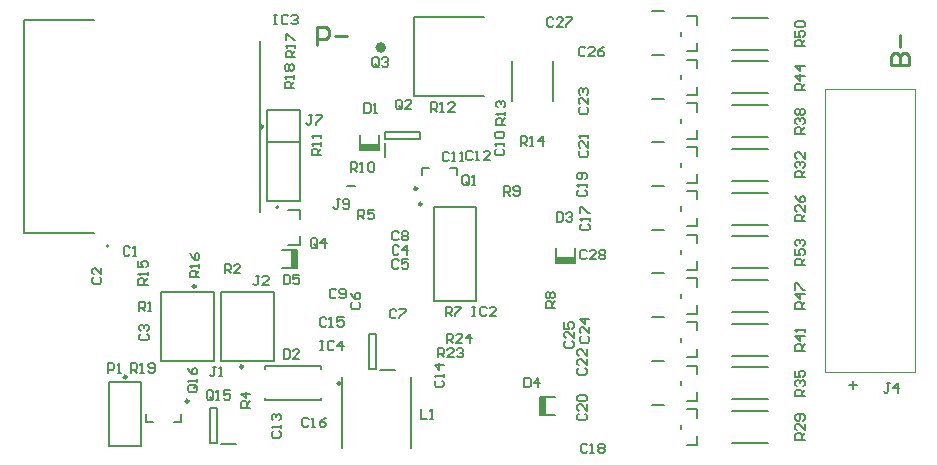
<source format=gbr>
%TF.GenerationSoftware,Altium Limited,Altium Designer,24.5.1 (21)*%
G04 Layer_Color=65535*
%FSLAX45Y45*%
%MOMM*%
%TF.SameCoordinates,A56B3D6E-D5BE-476E-BB8E-EB53D717D8A4*%
%TF.FilePolarity,Positive*%
%TF.FileFunction,Legend,Top*%
%TF.Part,Single*%
G01*
G75*
%TA.AperFunction,NonConductor*%
%ADD48C,0.20000*%
%ADD49C,0.25000*%
%ADD50C,0.50000*%
%ADD51C,0.15000*%
%ADD52C,0.15240*%
%ADD53C,0.10000*%
%ADD54C,0.25400*%
%ADD55R,1.58700X0.50800*%
%ADD56R,0.50800X1.58700*%
D48*
X10260000Y7184000D02*
G03*
X10260000Y7204000I0J10000D01*
G01*
D02*
G03*
X10260000Y7184000I0J-10000D01*
G01*
D02*
G03*
X10260000Y7204000I0J10000D01*
G01*
X11710000Y7520000D02*
G03*
X11710000Y7520000I-10000J0D01*
G01*
X14217500Y7051500D02*
Y7178500D01*
X14062500Y7051500D02*
Y7178500D01*
Y7051500D02*
X14217500D01*
X9550000Y7304000D02*
X10150000D01*
X9550000D02*
X10150000D01*
X9550000Y9104000D02*
X10150000D01*
X9550000D02*
X10150000D01*
X9550000Y7304000D02*
Y9104000D01*
Y7304000D02*
Y9104000D01*
X11550000Y7479000D02*
Y8929000D01*
Y7479000D02*
Y8929000D01*
X13022501Y6730000D02*
Y7520000D01*
Y6730000D02*
X13377499D01*
Y7520000D01*
X13022501D02*
X13377499D01*
X10715000Y6215000D02*
X11165000D01*
Y6805000D01*
X10715000D02*
X11165000D01*
X10715000Y6215000D02*
Y6805000D01*
X11225000D02*
X11675000D01*
X11225000Y6215000D02*
Y6805000D01*
Y6215000D02*
X11675000D01*
Y6805000D01*
X11130000Y5522500D02*
X11190000D01*
X11130000D02*
Y5817500D01*
X11190000D01*
Y5522500D02*
Y5817500D01*
X11225000Y5520000D02*
X11345000D01*
X10275500Y5501000D02*
X10544500D01*
Y6039000D01*
X10275500D02*
X10544500D01*
X10275500Y5501000D02*
Y6039000D01*
X11592500Y5885000D02*
X12067500D01*
X11592500Y6152500D02*
Y6175000D01*
Y5885000D02*
Y5907500D01*
Y6175000D02*
X12067500D01*
Y6152500D02*
Y6175000D01*
Y5885000D02*
Y5907500D01*
X12567500Y6140000D02*
X12692500D01*
X12532500Y6155000D02*
Y6445000D01*
X12477500D02*
X12532500D01*
X12477500Y6155000D02*
Y6445000D01*
Y6155000D02*
X12532500D01*
X12402500Y8006500D02*
X12557500D01*
X12402500D02*
Y8133500D01*
X12557500Y8006500D02*
Y8133500D01*
X12610000Y7945000D02*
Y8065000D01*
X12612500Y8100000D02*
X12907500D01*
Y8160000D01*
X12612500D02*
X12907500D01*
X12612500Y8100000D02*
Y8160000D01*
X10825000Y5705000D02*
X10881000D01*
Y5770000D01*
X10589000Y5705000D02*
Y5770000D01*
Y5705000D02*
X10645000D01*
X15115001Y7862500D02*
Y7897500D01*
X15167500Y7730000D02*
X15255000D01*
Y7957500D02*
Y8030000D01*
Y7730000D02*
Y7802500D01*
X15167500Y8030000D02*
X15255000D01*
X15115001Y8232500D02*
Y8267500D01*
X15167500Y8100000D02*
X15255000D01*
Y8327500D02*
Y8400000D01*
Y8100000D02*
Y8172500D01*
X15167500Y8400000D02*
X15255000D01*
X15115001Y8972500D02*
Y9007500D01*
X15167500Y8840000D02*
X15255000D01*
Y9067500D02*
Y9140000D01*
Y8840000D02*
Y8912500D01*
X15167500Y9140000D02*
X15255000D01*
X15115001Y8602500D02*
Y8637500D01*
X15167500Y8470000D02*
X15255000D01*
Y8697500D02*
Y8770000D01*
Y8470000D02*
Y8542500D01*
X15167500Y8770000D02*
X15255000D01*
X15115001Y7492500D02*
Y7527500D01*
X15167500Y7360000D02*
X15255000D01*
Y7587500D02*
Y7660000D01*
Y7360000D02*
Y7432500D01*
X15167500Y7660000D02*
X15255000D01*
X15115001Y6012500D02*
Y6047500D01*
X15167500Y5880000D02*
X15255000D01*
Y6107500D02*
Y6180000D01*
Y5880000D02*
Y5952500D01*
X15167500Y6180000D02*
X15255000D01*
X15115001Y5642500D02*
Y5677500D01*
X15167500Y5510000D02*
X15255000D01*
Y5737500D02*
Y5810000D01*
Y5510000D02*
Y5582500D01*
X15167500Y5810000D02*
X15255000D01*
X15115001Y7122500D02*
Y7157500D01*
X15167500Y6990000D02*
X15255000D01*
Y7217500D02*
Y7290000D01*
Y6990000D02*
Y7062500D01*
X15167500Y7290000D02*
X15255000D01*
X15115001Y6752500D02*
Y6787500D01*
X15167500Y6620000D02*
X15255000D01*
Y6847500D02*
Y6920000D01*
Y6620000D02*
Y6692500D01*
X15167500Y6920000D02*
X15255000D01*
X15115001Y6382500D02*
Y6417500D01*
X15167500Y6250000D02*
X15255000D01*
Y6477500D02*
Y6550000D01*
Y6250000D02*
Y6322500D01*
X15167500Y6550000D02*
X15255000D01*
X11866000Y7002500D02*
Y7157500D01*
X11739000Y7002500D02*
X11866000D01*
X11739000Y7157500D02*
X11866000D01*
X11613000Y8077000D02*
X11887000D01*
X11613000Y8343500D02*
X11887000D01*
X11613000Y7572000D02*
Y8343500D01*
Y7572000D02*
X11887000D01*
Y8343500D01*
X14032500Y8417500D02*
Y8762500D01*
X13687500Y8417500D02*
Y8762500D01*
X13160001Y7855000D02*
X13216000D01*
Y7790000D02*
Y7855000D01*
X12924001Y7790000D02*
Y7855000D01*
X12980000D01*
X13926500Y5762500D02*
Y5917500D01*
X14053500D01*
X13926500Y5762500D02*
X14053500D01*
D49*
X12922501Y7547500D02*
G03*
X12922501Y7547500I-12500J0D01*
G01*
X11007500Y6850000D02*
G03*
X11007500Y6850000I-12500J0D01*
G01*
X11407500Y6170000D02*
G03*
X11407500Y6170000I-12500J0D01*
G01*
X10422500Y6084000D02*
G03*
X10422500Y6084000I-12500J0D01*
G01*
X12235000Y6030000D02*
G03*
X12235000Y6030000I-12500J0D01*
G01*
X10947500Y5880000D02*
G03*
X10947500Y5880000I-12500J0D01*
G01*
X11577500Y8204000D02*
G03*
X11577500Y8204000I-12500J0D01*
G01*
X12882500Y7680000D02*
G03*
X12882500Y7680000I-12500J0D01*
G01*
D50*
X12594799Y8873493D02*
G03*
X12594799Y8873493I-20000J0D01*
G01*
D51*
X11890000Y7200000D02*
Y7280000D01*
X11790000Y7200000D02*
X11890000D01*
Y7420000D02*
Y7500000D01*
X11790000D02*
X11890000D01*
X14870001Y8070000D02*
X14970001D01*
X14870001Y8810000D02*
X14970001D01*
X14870001Y9180000D02*
X14970001D01*
X14870001Y7700000D02*
X14970001D01*
X14870001Y8440000D02*
X14970001D01*
X15550002Y5524800D02*
X15850002D01*
X15550002Y5795200D02*
X15850002D01*
X14870001Y5850000D02*
X14970001D01*
X15550002Y5894800D02*
X15850002D01*
X15550002Y6165200D02*
X15850002D01*
X14870001Y7330000D02*
X14970001D01*
X14870001Y6960000D02*
X14970001D01*
X15550002Y8755200D02*
X15850002D01*
X15550002Y8484800D02*
X15850002D01*
X15550002Y8854800D02*
X15850002D01*
X15550002Y9125200D02*
X15850002D01*
X15550002Y6264800D02*
X15850002D01*
X15550002Y6535200D02*
X15850002D01*
X15550002Y6634800D02*
X15850002D01*
X15550002Y6905200D02*
X15850002D01*
X15550002Y7004800D02*
X15850002D01*
X15550002Y7275200D02*
X15850002D01*
X15550002Y7374800D02*
X15850002D01*
X15550002Y7645200D02*
X15850002D01*
X15550002Y7744800D02*
X15850002D01*
X15550002Y8015200D02*
X15850002D01*
X15550002Y8114800D02*
X15850002D01*
X15550002Y8385200D02*
X15850002D01*
X14870001Y6219999D02*
X14970001D01*
X14870001Y6590000D02*
X14970001D01*
X16571678Y5985000D02*
Y6051645D01*
X16538356Y6018322D02*
X16605000D01*
X12355000Y7705000D02*
X12288355D01*
X13350032Y6679987D02*
X13376691D01*
X13363361D01*
Y6600013D01*
X13350032D01*
X13376691D01*
X13469994Y6666658D02*
X13456665Y6679987D01*
X13430006D01*
X13416678Y6666658D01*
Y6613342D01*
X13430006Y6600013D01*
X13456665D01*
X13469994Y6613342D01*
X13549968Y6600013D02*
X13496652D01*
X13549968Y6653329D01*
Y6666658D01*
X13536639Y6679987D01*
X13509981D01*
X13496652Y6666658D01*
X11670032Y9149987D02*
X11696690D01*
X11683361D01*
Y9070013D01*
X11670032D01*
X11696690D01*
X11789994Y9136658D02*
X11776665Y9149987D01*
X11750007D01*
X11736678Y9136658D01*
Y9083342D01*
X11750007Y9070013D01*
X11776665D01*
X11789994Y9083342D01*
X11816652Y9136658D02*
X11829981Y9149987D01*
X11856639D01*
X11869968Y9136658D01*
Y9123329D01*
X11856639Y9110000D01*
X11843310D01*
X11856639D01*
X11869968Y9096671D01*
Y9083342D01*
X11856639Y9070013D01*
X11829981D01*
X11816652Y9083342D01*
X11153348Y5903342D02*
Y5956658D01*
X11140019Y5969987D01*
X11113361D01*
X11100032Y5956658D01*
Y5903342D01*
X11113361Y5890013D01*
X11140019D01*
X11126690Y5916671D02*
X11153348Y5890013D01*
X11140019D02*
X11153348Y5903342D01*
X11180006Y5890013D02*
X11206664D01*
X11193336D01*
Y5969987D01*
X11180006Y5956658D01*
X11299968Y5969987D02*
X11246652D01*
Y5930000D01*
X11273310Y5943329D01*
X11286639D01*
X11299968Y5930000D01*
Y5903342D01*
X11286639Y5890013D01*
X11259981D01*
X11246652Y5903342D01*
X10460032Y6120013D02*
Y6199987D01*
X10500019D01*
X10513348Y6186658D01*
Y6160000D01*
X10500019Y6146671D01*
X10460032D01*
X10486690D02*
X10513348Y6120013D01*
X10540006D02*
X10566664D01*
X10553336D01*
Y6199987D01*
X10540006Y6186658D01*
X10606652Y6133342D02*
X10619981Y6120013D01*
X10646639D01*
X10659968Y6133342D01*
Y6186658D01*
X10646639Y6199987D01*
X10619981D01*
X10606652Y6186658D01*
Y6173329D01*
X10619981Y6160000D01*
X10659968D01*
X11469987Y5823355D02*
X11390013D01*
Y5863342D01*
X11403342Y5876671D01*
X11430000D01*
X11443329Y5863342D01*
Y5823355D01*
Y5850013D02*
X11469987Y5876671D01*
Y5943316D02*
X11390013D01*
X11430000Y5903329D01*
Y5956645D01*
X11006658Y6013348D02*
X10953342D01*
X10940013Y6000019D01*
Y5973361D01*
X10953342Y5960032D01*
X11006658D01*
X11019987Y5973361D01*
Y6000019D01*
X10993329Y5986690D02*
X11019987Y6013348D01*
Y6000019D02*
X11006658Y6013348D01*
X11019987Y6040006D02*
Y6066665D01*
Y6053336D01*
X10940013D01*
X10953342Y6040006D01*
X10940013Y6159968D02*
X10953342Y6133310D01*
X10980000Y6106652D01*
X11006658D01*
X11019987Y6119981D01*
Y6146639D01*
X11006658Y6159968D01*
X10993329D01*
X10980000Y6146639D01*
Y6106652D01*
X10266684Y6120013D02*
Y6199987D01*
X10306671D01*
X10320000Y6186658D01*
Y6160000D01*
X10306671Y6146671D01*
X10266684D01*
X10346658Y6120013D02*
X10373316D01*
X10359987D01*
Y6199987D01*
X10346658Y6186658D01*
X11663342Y5623348D02*
X11650013Y5610019D01*
Y5583361D01*
X11663342Y5570032D01*
X11716658D01*
X11729987Y5583361D01*
Y5610019D01*
X11716658Y5623348D01*
X11729987Y5650006D02*
Y5676664D01*
Y5663335D01*
X11650013D01*
X11663342Y5650006D01*
Y5716652D02*
X11650013Y5729981D01*
Y5756639D01*
X11663342Y5769968D01*
X11676671D01*
X11690000Y5756639D01*
Y5743310D01*
Y5756639D01*
X11703329Y5769968D01*
X11716658D01*
X11729987Y5756639D01*
Y5729981D01*
X11716658Y5716652D01*
X11753355Y6949987D02*
Y6870013D01*
X11793342D01*
X11806671Y6883342D01*
Y6936658D01*
X11793342Y6949987D01*
X11753355D01*
X11886645D02*
X11833329D01*
Y6910000D01*
X11859987Y6923329D01*
X11873316D01*
X11886645Y6910000D01*
Y6883342D01*
X11873316Y6870013D01*
X11846658D01*
X11833329Y6883342D01*
X13553342Y8013348D02*
X13540013Y8000019D01*
Y7973361D01*
X13553342Y7960032D01*
X13606657D01*
X13619987Y7973361D01*
Y8000019D01*
X13606657Y8013348D01*
X13619987Y8040006D02*
Y8066664D01*
Y8053335D01*
X13540013D01*
X13553342Y8040006D01*
Y8106652D02*
X13540013Y8119981D01*
Y8146639D01*
X13553342Y8159968D01*
X13606657D01*
X13619987Y8146639D01*
Y8119981D01*
X13606657Y8106652D01*
X13553342D01*
X12226671Y7589987D02*
X12200013D01*
X12213342D01*
Y7523342D01*
X12200013Y7510013D01*
X12186684D01*
X12173355Y7523342D01*
X12253329D02*
X12266658Y7510013D01*
X12293317D01*
X12306645Y7523342D01*
Y7576658D01*
X12293317Y7589987D01*
X12266658D01*
X12253329Y7576658D01*
Y7563329D01*
X12266658Y7550000D01*
X12306645D01*
X12036671Y7193342D02*
Y7246658D01*
X12023342Y7259987D01*
X11996684D01*
X11983355Y7246658D01*
Y7193342D01*
X11996684Y7180013D01*
X12023342D01*
X12010013Y7206671D02*
X12036671Y7180013D01*
X12023342D02*
X12036671Y7193342D01*
X12103316Y7180013D02*
Y7259987D01*
X12063329Y7220000D01*
X12116645D01*
X11839987Y8530032D02*
X11760013D01*
Y8570019D01*
X11773342Y8583348D01*
X11800000D01*
X11813329Y8570019D01*
Y8530032D01*
Y8556690D02*
X11839987Y8583348D01*
Y8610006D02*
Y8636664D01*
Y8623336D01*
X11760013D01*
X11773342Y8610006D01*
Y8676652D02*
X11760013Y8689981D01*
Y8716639D01*
X11773342Y8729968D01*
X11786671D01*
X11800000Y8716639D01*
X11813329Y8729968D01*
X11826658D01*
X11839987Y8716639D01*
Y8689981D01*
X11826658Y8676652D01*
X11813329D01*
X11800000Y8689981D01*
X11786671Y8676652D01*
X11773342D01*
X11800000Y8689981D02*
Y8716639D01*
X11849987Y8790032D02*
X11770013D01*
Y8830019D01*
X11783342Y8843348D01*
X11810000D01*
X11823329Y8830019D01*
Y8790032D01*
Y8816690D02*
X11849987Y8843348D01*
Y8870006D02*
Y8896664D01*
Y8883336D01*
X11770013D01*
X11783342Y8870006D01*
X11770013Y8936652D02*
Y8989968D01*
X11783342D01*
X11836658Y8936652D01*
X11849987D01*
X11996671Y8299987D02*
X11970013D01*
X11983342D01*
Y8233342D01*
X11970013Y8220013D01*
X11956684D01*
X11943355Y8233342D01*
X12023329Y8299987D02*
X12076645D01*
Y8286658D01*
X12023329Y8233342D01*
Y8220013D01*
X11546671Y6939987D02*
X11520013D01*
X11533342D01*
Y6873342D01*
X11520013Y6860013D01*
X11506684D01*
X11493355Y6873342D01*
X11626645Y6860013D02*
X11573329D01*
X11626645Y6913329D01*
Y6926658D01*
X11613316Y6939987D01*
X11586658D01*
X11573329Y6926658D01*
X16164989Y7033368D02*
X16085014D01*
Y7073355D01*
X16098341Y7086684D01*
X16125002D01*
X16138330Y7073355D01*
Y7033368D01*
Y7060026D02*
X16164989Y7086684D01*
X16085014Y7166658D02*
Y7113342D01*
X16125002D01*
X16111671Y7140000D01*
Y7153329D01*
X16125002Y7166658D01*
X16151659D01*
X16164989Y7153329D01*
Y7126671D01*
X16151659Y7113342D01*
X16098341Y7193316D02*
X16085014Y7206645D01*
Y7233304D01*
X16098341Y7246632D01*
X16111671D01*
X16125002Y7233304D01*
Y7219974D01*
Y7233304D01*
X16138330Y7246632D01*
X16151659D01*
X16164989Y7233304D01*
Y7206645D01*
X16151659Y7193316D01*
X16164989Y8883368D02*
X16085014D01*
Y8923355D01*
X16098341Y8936684D01*
X16125002D01*
X16138330Y8923355D01*
Y8883368D01*
Y8910026D02*
X16164989Y8936684D01*
X16085014Y9016658D02*
Y8963342D01*
X16125002D01*
X16111671Y8990000D01*
Y9003329D01*
X16125002Y9016658D01*
X16151659D01*
X16164989Y9003329D01*
Y8976671D01*
X16151659Y8963342D01*
X16098341Y9043316D02*
X16085014Y9056645D01*
Y9083303D01*
X16098341Y9096632D01*
X16151659D01*
X16164989Y9083303D01*
Y9056645D01*
X16151659Y9043316D01*
X16098341D01*
X16164989Y6663368D02*
X16085014D01*
Y6703355D01*
X16098341Y6716684D01*
X16125002D01*
X16138330Y6703355D01*
Y6663368D01*
Y6690026D02*
X16164989Y6716684D01*
Y6783329D02*
X16085014D01*
X16125002Y6743342D01*
Y6796658D01*
X16085014Y6823316D02*
Y6876632D01*
X16098341D01*
X16151659Y6823316D01*
X16164989D01*
X16164987Y8513368D02*
X16085013D01*
Y8553355D01*
X16098341Y8566684D01*
X16125000D01*
X16138329Y8553355D01*
Y8513368D01*
Y8540026D02*
X16164987Y8566684D01*
Y8633329D02*
X16085013D01*
X16125000Y8593342D01*
Y8646658D01*
X16164987Y8713304D02*
X16085013D01*
X16125000Y8673316D01*
Y8726633D01*
X16164989Y6306697D02*
X16085014D01*
Y6346684D01*
X16098341Y6360013D01*
X16125002D01*
X16138330Y6346684D01*
Y6306697D01*
Y6333355D02*
X16164989Y6360013D01*
Y6426658D02*
X16085014D01*
X16125002Y6386671D01*
Y6439987D01*
X16164989Y6466645D02*
Y6493303D01*
Y6479974D01*
X16085014D01*
X16098341Y6466645D01*
X16162424Y8143362D02*
X16082449D01*
Y8183349D01*
X16095778Y8196678D01*
X16122437D01*
X16135767Y8183349D01*
Y8143362D01*
Y8170020D02*
X16162424Y8196678D01*
X16095778Y8223336D02*
X16082449Y8236666D01*
Y8263324D01*
X16095778Y8276652D01*
X16109106D01*
X16122437Y8263324D01*
Y8249994D01*
Y8263324D01*
X16135767Y8276652D01*
X16149094D01*
X16162424Y8263324D01*
Y8236666D01*
X16149094Y8223336D01*
X16095778Y8303311D02*
X16082449Y8316640D01*
Y8343298D01*
X16095778Y8356627D01*
X16109106D01*
X16122437Y8343298D01*
X16135767Y8356627D01*
X16149094D01*
X16162424Y8343298D01*
Y8316640D01*
X16149094Y8303311D01*
X16135767D01*
X16122437Y8316640D01*
X16109106Y8303311D01*
X16095778D01*
X16122437Y8316640D02*
Y8343298D01*
X16164989Y5923368D02*
X16085014D01*
Y5963355D01*
X16098341Y5976684D01*
X16125002D01*
X16138330Y5963355D01*
Y5923368D01*
Y5950026D02*
X16164989Y5976684D01*
X16098341Y6003342D02*
X16085014Y6016671D01*
Y6043329D01*
X16098341Y6056658D01*
X16111671D01*
X16125002Y6043329D01*
Y6030000D01*
Y6043329D01*
X16138330Y6056658D01*
X16151659D01*
X16164989Y6043329D01*
Y6016671D01*
X16151659Y6003342D01*
X16085014Y6136632D02*
Y6083316D01*
X16125002D01*
X16111671Y6109974D01*
Y6123303D01*
X16125002Y6136632D01*
X16151659D01*
X16164989Y6123303D01*
Y6096645D01*
X16151659Y6083316D01*
X16164989Y7773368D02*
X16085014D01*
Y7813355D01*
X16098341Y7826684D01*
X16125002D01*
X16138330Y7813355D01*
Y7773368D01*
Y7800026D02*
X16164989Y7826684D01*
X16098341Y7853342D02*
X16085014Y7866671D01*
Y7893329D01*
X16098341Y7906658D01*
X16111671D01*
X16125002Y7893329D01*
Y7880000D01*
Y7893329D01*
X16138330Y7906658D01*
X16151659D01*
X16164989Y7893329D01*
Y7866671D01*
X16151659Y7853342D01*
X16164989Y7986632D02*
Y7933316D01*
X16111671Y7986632D01*
X16098341D01*
X16085014Y7973304D01*
Y7946646D01*
X16098341Y7933316D01*
X16164989Y5553368D02*
X16085014D01*
Y5593355D01*
X16098341Y5606684D01*
X16125002D01*
X16138330Y5593355D01*
Y5553368D01*
Y5580026D02*
X16164989Y5606684D01*
Y5686658D02*
Y5633342D01*
X16111671Y5686658D01*
X16098341D01*
X16085014Y5673329D01*
Y5646671D01*
X16098341Y5633342D01*
X16151659Y5713316D02*
X16164989Y5726645D01*
Y5753303D01*
X16151659Y5766632D01*
X16098341D01*
X16085014Y5753303D01*
Y5726645D01*
X16098341Y5713316D01*
X16111671D01*
X16125002Y5726645D01*
Y5766632D01*
X16164989Y7403368D02*
X16085014D01*
Y7443355D01*
X16098341Y7456684D01*
X16125002D01*
X16138330Y7443355D01*
Y7403368D01*
Y7430026D02*
X16164989Y7456684D01*
Y7536658D02*
Y7483342D01*
X16111671Y7536658D01*
X16098341D01*
X16085014Y7523329D01*
Y7496671D01*
X16098341Y7483342D01*
X16085014Y7616632D02*
X16098341Y7589974D01*
X16125002Y7563316D01*
X16151659D01*
X16164989Y7576645D01*
Y7603303D01*
X16151659Y7616632D01*
X16138330D01*
X16125002Y7603303D01*
Y7563316D01*
X14316685Y7146658D02*
X14303355Y7159987D01*
X14276698D01*
X14263368Y7146658D01*
Y7093342D01*
X14276698Y7080013D01*
X14303355D01*
X14316685Y7093342D01*
X14396658Y7080013D02*
X14343343D01*
X14396658Y7133329D01*
Y7146658D01*
X14383330Y7159987D01*
X14356673D01*
X14343343Y7146658D01*
X14423317D02*
X14436646Y7159987D01*
X14463304D01*
X14476633Y7146658D01*
Y7133329D01*
X14463304Y7120000D01*
X14476633Y7106671D01*
Y7093342D01*
X14463304Y7080013D01*
X14436646D01*
X14423317Y7093342D01*
Y7106671D01*
X14436646Y7120000D01*
X14423317Y7133329D01*
Y7146658D01*
X14436646Y7120000D02*
X14463304D01*
X16886671Y6029987D02*
X16860014D01*
X16873343D01*
Y5963342D01*
X16860014Y5950013D01*
X16846684D01*
X16833356Y5963342D01*
X16953317Y5950013D02*
Y6029987D01*
X16913330Y5990000D01*
X16966646D01*
X13133368Y6370013D02*
Y6449987D01*
X13173355D01*
X13186684Y6436658D01*
Y6410000D01*
X13173355Y6396671D01*
X13133368D01*
X13160027D02*
X13186684Y6370013D01*
X13266658D02*
X13213342D01*
X13266658Y6423329D01*
Y6436658D01*
X13253329Y6449987D01*
X13226671D01*
X13213342Y6436658D01*
X13333302Y6370013D02*
Y6449987D01*
X13293317Y6410000D01*
X13346632D01*
X13058768Y6249812D02*
Y6329786D01*
X13098753D01*
X13112083Y6316458D01*
Y6289799D01*
X13098753Y6276470D01*
X13058768D01*
X13085425D02*
X13112083Y6249812D01*
X13192056D02*
X13138741D01*
X13192056Y6303128D01*
Y6316458D01*
X13178729Y6329786D01*
X13152071D01*
X13138741Y6316458D01*
X13218715D02*
X13232045Y6329786D01*
X13258704D01*
X13272032Y6316458D01*
Y6303128D01*
X13258704Y6289799D01*
X13245374D01*
X13258704D01*
X13272032Y6276470D01*
Y6263141D01*
X13258704Y6249812D01*
X13232045D01*
X13218715Y6263141D01*
X11039987Y6930032D02*
X10960013D01*
Y6970019D01*
X10973342Y6983348D01*
X11000000D01*
X11013329Y6970019D01*
Y6930032D01*
Y6956690D02*
X11039987Y6983348D01*
Y7010006D02*
Y7036664D01*
Y7023335D01*
X10960013D01*
X10973342Y7010006D01*
X10960013Y7129968D02*
X10973342Y7103310D01*
X11000000Y7076652D01*
X11026658D01*
X11039987Y7089981D01*
Y7116639D01*
X11026658Y7129968D01*
X11013329D01*
X11000000Y7116639D01*
Y7076652D01*
X10599987Y6865032D02*
X10520012D01*
Y6905020D01*
X10533341Y6918349D01*
X10559999D01*
X10573329Y6905020D01*
Y6865032D01*
Y6891691D02*
X10599987Y6918349D01*
Y6945007D02*
Y6971665D01*
Y6958336D01*
X10520012D01*
X10533341Y6945007D01*
X10520012Y7064968D02*
Y7011652D01*
X10559999D01*
X10546671Y7038310D01*
Y7051639D01*
X10559999Y7064968D01*
X10586658D01*
X10599987Y7051639D01*
Y7024981D01*
X10586658Y7011652D01*
X13760033Y8040013D02*
Y8119987D01*
X13800018D01*
X13813348Y8106658D01*
Y8080000D01*
X13800018Y8066671D01*
X13760033D01*
X13786690D02*
X13813348Y8040013D01*
X13840005D02*
X13866664D01*
X13853336D01*
Y8119987D01*
X13840005Y8106658D01*
X13946638Y8040013D02*
Y8119987D01*
X13906651Y8080000D01*
X13959969D01*
X13629987Y8220032D02*
X13550014D01*
Y8260019D01*
X13563342Y8273348D01*
X13589999D01*
X13603329Y8260019D01*
Y8220032D01*
Y8246690D02*
X13629987Y8273348D01*
Y8300006D02*
Y8326664D01*
Y8313335D01*
X13550014D01*
X13563342Y8300006D01*
Y8366652D02*
X13550014Y8379981D01*
Y8406639D01*
X13563342Y8419968D01*
X13576671D01*
X13589999Y8406639D01*
Y8393310D01*
Y8406639D01*
X13603329Y8419968D01*
X13616658D01*
X13629987Y8406639D01*
Y8379981D01*
X13616658Y8366652D01*
X13000032Y8330013D02*
Y8409987D01*
X13040019D01*
X13053348Y8396658D01*
Y8370000D01*
X13040019Y8356671D01*
X13000032D01*
X13026691D02*
X13053348Y8330013D01*
X13080006D02*
X13106664D01*
X13093336D01*
Y8409987D01*
X13080006Y8396658D01*
X13199968Y8330013D02*
X13146652D01*
X13199968Y8383329D01*
Y8396658D01*
X13186639Y8409987D01*
X13159981D01*
X13146652Y8396658D01*
X12069987Y7963361D02*
X11990013D01*
Y8003348D01*
X12003342Y8016677D01*
X12030000D01*
X12043329Y8003348D01*
Y7963361D01*
Y7990019D02*
X12069987Y8016677D01*
Y8043335D02*
Y8069994D01*
Y8056665D01*
X11990013D01*
X12003342Y8043335D01*
X12069987Y8109981D02*
Y8136639D01*
Y8123310D01*
X11990013D01*
X12003342Y8109981D01*
X12320032Y7820013D02*
Y7899987D01*
X12360019D01*
X12373348Y7886658D01*
Y7860000D01*
X12360019Y7846671D01*
X12320032D01*
X12346690D02*
X12373348Y7820013D01*
X12400006D02*
X12426665D01*
X12413336D01*
Y7899987D01*
X12400006Y7886658D01*
X12466652D02*
X12479981Y7899987D01*
X12506639D01*
X12519968Y7886658D01*
Y7833342D01*
X12506639Y7820013D01*
X12479981D01*
X12466652Y7833342D01*
Y7886658D01*
X13618355Y7620013D02*
Y7699987D01*
X13658342D01*
X13671671Y7686658D01*
Y7660000D01*
X13658342Y7646671D01*
X13618355D01*
X13645013D02*
X13671671Y7620013D01*
X13698329Y7633342D02*
X13711658Y7620013D01*
X13738316D01*
X13751645Y7633342D01*
Y7686658D01*
X13738316Y7699987D01*
X13711658D01*
X13698329Y7686658D01*
Y7673329D01*
X13711658Y7660000D01*
X13751645D01*
X14050157Y6669966D02*
X13970181D01*
Y6709953D01*
X13983511Y6723282D01*
X14010168D01*
X14023499Y6709953D01*
Y6669966D01*
Y6696624D02*
X14050157Y6723282D01*
X13983511Y6749940D02*
X13970181Y6763269D01*
Y6789927D01*
X13983511Y6803256D01*
X13996840D01*
X14010168Y6789927D01*
X14023499Y6803256D01*
X14036827D01*
X14050157Y6789927D01*
Y6763269D01*
X14036827Y6749940D01*
X14023499D01*
X14010168Y6763269D01*
X13996840Y6749940D01*
X13983511D01*
X14010168Y6763269D02*
Y6789927D01*
X13123355Y6600013D02*
Y6679987D01*
X13163342D01*
X13176671Y6666658D01*
Y6640000D01*
X13163342Y6626671D01*
X13123355D01*
X13150014D02*
X13176671Y6600013D01*
X13203329Y6679987D02*
X13256645D01*
Y6666658D01*
X13203329Y6613342D01*
Y6600013D01*
X12383355Y7420013D02*
Y7499987D01*
X12423342D01*
X12436671Y7486658D01*
Y7460000D01*
X12423342Y7446671D01*
X12383355D01*
X12410013D02*
X12436671Y7420013D01*
X12516645Y7499987D02*
X12463329D01*
Y7460000D01*
X12489987Y7473329D01*
X12503316D01*
X12516645Y7460000D01*
Y7433342D01*
X12503316Y7420013D01*
X12476658D01*
X12463329Y7433342D01*
X11253355Y6960013D02*
Y7039987D01*
X11293342D01*
X11306671Y7026658D01*
Y7000000D01*
X11293342Y6986671D01*
X11253355D01*
X11280013D02*
X11306671Y6960013D01*
X11386645D02*
X11333329D01*
X11386645Y7013329D01*
Y7026658D01*
X11373316Y7039987D01*
X11346658D01*
X11333329Y7026658D01*
X10526684Y6640013D02*
Y6719987D01*
X10566671D01*
X10580000Y6706658D01*
Y6680000D01*
X10566671Y6666671D01*
X10526684D01*
X10553342D02*
X10580000Y6640013D01*
X10606658D02*
X10633316D01*
X10619987D01*
Y6719987D01*
X10606658Y6706658D01*
X12556671Y8723342D02*
Y8776658D01*
X12543342Y8789987D01*
X12516684D01*
X12503355Y8776658D01*
Y8723342D01*
X12516684Y8710013D01*
X12543342D01*
X12530013Y8736671D02*
X12556671Y8710013D01*
X12543342D02*
X12556671Y8723342D01*
X12583329Y8776658D02*
X12596658Y8789987D01*
X12623316D01*
X12636645Y8776658D01*
Y8763329D01*
X12623316Y8750000D01*
X12609987D01*
X12623316D01*
X12636645Y8736671D01*
Y8723342D01*
X12623316Y8710013D01*
X12596658D01*
X12583329Y8723342D01*
X12754171Y8365842D02*
Y8419158D01*
X12740842Y8432487D01*
X12714184D01*
X12700855Y8419158D01*
Y8365842D01*
X12714184Y8352513D01*
X12740842D01*
X12727513Y8379171D02*
X12754171Y8352513D01*
X12740842D02*
X12754171Y8365842D01*
X12834145Y8352513D02*
X12780829D01*
X12834145Y8405829D01*
Y8419158D01*
X12820816Y8432487D01*
X12794158D01*
X12780829Y8419158D01*
X13320000Y7723342D02*
Y7776658D01*
X13306671Y7789987D01*
X13280013D01*
X13266684Y7776658D01*
Y7723342D01*
X13280013Y7710013D01*
X13306671D01*
X13293343Y7736671D02*
X13320000Y7710013D01*
X13306671D02*
X13320000Y7723342D01*
X13346658Y7710013D02*
X13373315D01*
X13359987D01*
Y7789987D01*
X13346658Y7776658D01*
X12911684Y5809986D02*
Y5730012D01*
X12964999D01*
X12991658D02*
X13018317D01*
X13004987D01*
Y5809986D01*
X12991658Y5796657D01*
X11180000Y6169987D02*
X11153342D01*
X11166671D01*
Y6103342D01*
X11153342Y6090013D01*
X11140013D01*
X11126684Y6103342D01*
X11206658Y6090013D02*
X11233316D01*
X11219987D01*
Y6169987D01*
X11206658Y6156658D01*
X12060032Y6389987D02*
X12086690D01*
X12073361D01*
Y6310013D01*
X12060032D01*
X12086690D01*
X12179994Y6376658D02*
X12166665Y6389987D01*
X12140007D01*
X12126678Y6376658D01*
Y6323342D01*
X12140007Y6310013D01*
X12166665D01*
X12179994Y6323342D01*
X12246639Y6310013D02*
Y6389987D01*
X12206652Y6350000D01*
X12259968D01*
X11753355Y6319987D02*
Y6240013D01*
X11793342D01*
X11806671Y6253342D01*
Y6306658D01*
X11793342Y6319987D01*
X11753355D01*
X11886645Y6240013D02*
X11833329D01*
X11886645Y6293329D01*
Y6306658D01*
X11873316Y6319987D01*
X11846658D01*
X11833329Y6306658D01*
X12436684Y8399987D02*
Y8320013D01*
X12476671D01*
X12490000Y8333342D01*
Y8386658D01*
X12476671Y8399987D01*
X12436684D01*
X12516658Y8320013D02*
X12543316D01*
X12529987D01*
Y8399987D01*
X12516658Y8386658D01*
X14063980Y7476454D02*
Y7396480D01*
X14103967D01*
X14117296Y7409809D01*
Y7463125D01*
X14103967Y7476454D01*
X14063980D01*
X14143954Y7463125D02*
X14157283Y7476454D01*
X14183942D01*
X14197270Y7463125D01*
Y7449796D01*
X14183942Y7436467D01*
X14170612D01*
X14183942D01*
X14197270Y7423138D01*
Y7409809D01*
X14183942Y7396480D01*
X14157283D01*
X14143954Y7409809D01*
X13789661Y6076914D02*
Y5996940D01*
X13829646D01*
X13842976Y6010269D01*
Y6063585D01*
X13829646Y6076914D01*
X13789661D01*
X13909621Y5996940D02*
Y6076914D01*
X13869633Y6036927D01*
X13922951D01*
X11963348Y5726658D02*
X11950019Y5739987D01*
X11923361D01*
X11910032Y5726658D01*
Y5673342D01*
X11923361Y5660013D01*
X11950019D01*
X11963348Y5673342D01*
X11990006Y5660013D02*
X12016664D01*
X12003335D01*
Y5739987D01*
X11990006Y5726658D01*
X12109968Y5739987D02*
X12083310Y5726658D01*
X12056652Y5700000D01*
Y5673342D01*
X12069981Y5660013D01*
X12096639D01*
X12109968Y5673342D01*
Y5686671D01*
X12096639Y5700000D01*
X12056652D01*
X12113348Y6576658D02*
X12100019Y6589987D01*
X12073361D01*
X12060032Y6576658D01*
Y6523342D01*
X12073361Y6510013D01*
X12100019D01*
X12113348Y6523342D01*
X12140006Y6510013D02*
X12166665D01*
X12153336D01*
Y6589987D01*
X12140006Y6576658D01*
X12259968Y6589987D02*
X12206652D01*
Y6550000D01*
X12233310Y6563329D01*
X12246639D01*
X12259968Y6550000D01*
Y6523342D01*
X12246639Y6510013D01*
X12219981D01*
X12206652Y6523342D01*
X13043341Y6053348D02*
X13030013Y6040019D01*
Y6013361D01*
X13043341Y6000032D01*
X13096658D01*
X13109987Y6013361D01*
Y6040019D01*
X13096658Y6053348D01*
X13109987Y6080006D02*
Y6106664D01*
Y6093335D01*
X13030013D01*
X13043341Y6080006D01*
X13109987Y6186639D02*
X13030013D01*
X13070000Y6146651D01*
Y6199968D01*
X14036684Y9116658D02*
X14023355Y9129987D01*
X13996696D01*
X13983368Y9116658D01*
Y9063342D01*
X13996696Y9050013D01*
X14023355D01*
X14036684Y9063342D01*
X14116658Y9050013D02*
X14063342D01*
X14116658Y9103329D01*
Y9116658D01*
X14103329Y9129987D01*
X14076671D01*
X14063342Y9116658D01*
X14143317Y9129987D02*
X14196632D01*
Y9116658D01*
X14143317Y9063342D01*
Y9050013D01*
X13353348Y7986658D02*
X13340021Y7999987D01*
X13313361D01*
X13300032Y7986658D01*
Y7933342D01*
X13313361Y7920013D01*
X13340021D01*
X13353348Y7933342D01*
X13380006Y7920013D02*
X13406665D01*
X13393336D01*
Y7999987D01*
X13380006Y7986658D01*
X13499968Y7920013D02*
X13446652D01*
X13499968Y7973329D01*
Y7986658D01*
X13486639Y7999987D01*
X13459981D01*
X13446652Y7986658D01*
X13151677Y7976658D02*
X13138348Y7989987D01*
X13111690D01*
X13098361Y7976658D01*
Y7923342D01*
X13111690Y7910013D01*
X13138348D01*
X13151677Y7923342D01*
X13178336Y7910013D02*
X13204993D01*
X13191664D01*
Y7989987D01*
X13178336Y7976658D01*
X13244981Y7910013D02*
X13271638D01*
X13258310D01*
Y7989987D01*
X13244981Y7976658D01*
X14306683Y8866658D02*
X14293355Y8879987D01*
X14266698D01*
X14253368Y8866658D01*
Y8813342D01*
X14266698Y8800013D01*
X14293355D01*
X14306683Y8813342D01*
X14386658Y8800013D02*
X14333342D01*
X14386658Y8853329D01*
Y8866658D01*
X14373329Y8879987D01*
X14346671D01*
X14333342Y8866658D01*
X14466632Y8879987D02*
X14439973Y8866658D01*
X14413316Y8840000D01*
Y8813342D01*
X14426645Y8800013D01*
X14453304D01*
X14466632Y8813342D01*
Y8826671D01*
X14453304Y8840000D01*
X14413316D01*
X14263342Y8366684D02*
X14250014Y8353355D01*
Y8326697D01*
X14263342Y8313368D01*
X14316658D01*
X14329987Y8326697D01*
Y8353355D01*
X14316658Y8366684D01*
X14329987Y8446658D02*
Y8393342D01*
X14276671Y8446658D01*
X14263342D01*
X14250014Y8433329D01*
Y8406671D01*
X14263342Y8393342D01*
Y8473316D02*
X14250014Y8486645D01*
Y8513304D01*
X14263342Y8526632D01*
X14276671D01*
X14289999Y8513304D01*
Y8499974D01*
Y8513304D01*
X14303329Y8526632D01*
X14316658D01*
X14329987Y8513304D01*
Y8486645D01*
X14316658Y8473316D01*
X14143343Y6386684D02*
X14130013Y6373355D01*
Y6346697D01*
X14143343Y6333368D01*
X14196658D01*
X14209987Y6346697D01*
Y6373355D01*
X14196658Y6386684D01*
X14209987Y6466658D02*
Y6413342D01*
X14156671Y6466658D01*
X14143343D01*
X14130013Y6453329D01*
Y6426671D01*
X14143343Y6413342D01*
X14130013Y6546633D02*
Y6493316D01*
X14170000D01*
X14156671Y6519975D01*
Y6533304D01*
X14170000Y6546633D01*
X14196658D01*
X14209987Y6533304D01*
Y6506646D01*
X14196658Y6493316D01*
X14263342Y8000013D02*
X14250014Y7986684D01*
Y7960026D01*
X14263342Y7946697D01*
X14316658D01*
X14329987Y7960026D01*
Y7986684D01*
X14316658Y8000013D01*
X14329987Y8079987D02*
Y8026671D01*
X14276671Y8079987D01*
X14263342D01*
X14250014Y8066658D01*
Y8040000D01*
X14263342Y8026671D01*
X14329987Y8106645D02*
Y8133303D01*
Y8119974D01*
X14250014D01*
X14263342Y8106645D01*
X12196671Y6816658D02*
X12183342Y6829987D01*
X12156684D01*
X12143355Y6816658D01*
Y6763342D01*
X12156684Y6750013D01*
X12183342D01*
X12196671Y6763342D01*
X12223329D02*
X12236658Y6750013D01*
X12263316D01*
X12276645Y6763342D01*
Y6816658D01*
X12263316Y6829987D01*
X12236658D01*
X12223329Y6816658D01*
Y6803329D01*
X12236658Y6790000D01*
X12276645D01*
X12726671Y7306658D02*
X12713342Y7319987D01*
X12686684D01*
X12673355Y7306658D01*
Y7253342D01*
X12686684Y7240013D01*
X12713342D01*
X12726671Y7253342D01*
X12753329Y7306658D02*
X12766658Y7319987D01*
X12793316D01*
X12806645Y7306658D01*
Y7293329D01*
X12793316Y7280000D01*
X12806645Y7266671D01*
Y7253342D01*
X12793316Y7240013D01*
X12766658D01*
X12753329Y7253342D01*
Y7266671D01*
X12766658Y7280000D01*
X12753329Y7293329D01*
Y7306658D01*
X12766658Y7280000D02*
X12793316D01*
X12706671Y6646658D02*
X12693342Y6659987D01*
X12666684D01*
X12653355Y6646658D01*
Y6593342D01*
X12666684Y6580013D01*
X12693342D01*
X12706671Y6593342D01*
X12733329Y6659987D02*
X12786645D01*
Y6646658D01*
X12733329Y6593342D01*
Y6580013D01*
X14273341Y6426684D02*
X14260013Y6413355D01*
Y6386697D01*
X14273341Y6373368D01*
X14326659D01*
X14339989Y6386697D01*
Y6413355D01*
X14326659Y6426684D01*
X14339989Y6506658D02*
Y6453342D01*
X14286671Y6506658D01*
X14273341D01*
X14260013Y6493329D01*
Y6466671D01*
X14273341Y6453342D01*
X14339989Y6573303D02*
X14260013D01*
X14300000Y6533316D01*
Y6586632D01*
X14253342Y7665849D02*
X14240013Y7652520D01*
Y7625862D01*
X14253342Y7612533D01*
X14306657D01*
X14319987Y7625862D01*
Y7652520D01*
X14306657Y7665849D01*
X14319987Y7692507D02*
Y7719165D01*
Y7705836D01*
X14240013D01*
X14253342Y7692507D01*
X14306657Y7759152D02*
X14319987Y7772481D01*
Y7799139D01*
X14306657Y7812468D01*
X14253342D01*
X14240013Y7799139D01*
Y7772481D01*
X14253342Y7759152D01*
X14266672D01*
X14280000Y7772481D01*
Y7812468D01*
X14253342Y6156684D02*
X14240013Y6143355D01*
Y6116697D01*
X14253342Y6103368D01*
X14306657D01*
X14319987Y6116697D01*
Y6143355D01*
X14306657Y6156684D01*
X14319987Y6236658D02*
Y6183342D01*
X14266672Y6236658D01*
X14253342D01*
X14240013Y6223329D01*
Y6196671D01*
X14253342Y6183342D01*
X14319987Y6316632D02*
Y6263316D01*
X14266672Y6316632D01*
X14253342D01*
X14240013Y6303303D01*
Y6276645D01*
X14253342Y6263316D01*
X14278342Y7378349D02*
X14265013Y7365020D01*
Y7338362D01*
X14278342Y7325033D01*
X14331657D01*
X14344987Y7338362D01*
Y7365020D01*
X14331657Y7378349D01*
X14344987Y7405007D02*
Y7431665D01*
Y7418336D01*
X14265013D01*
X14278342Y7405007D01*
X14265013Y7471652D02*
Y7524968D01*
X14278342D01*
X14331657Y7471652D01*
X14344987D01*
X12333342Y6716671D02*
X12320013Y6703342D01*
Y6676684D01*
X12333342Y6663355D01*
X12386658D01*
X12399987Y6676684D01*
Y6703342D01*
X12386658Y6716671D01*
X12320013Y6796645D02*
X12333342Y6769987D01*
X12360000Y6743329D01*
X12386658D01*
X12399987Y6756658D01*
Y6783316D01*
X12386658Y6796645D01*
X12373329D01*
X12360000Y6783316D01*
Y6743329D01*
X14253342Y5771684D02*
X14240013Y5758355D01*
Y5731697D01*
X14253342Y5718368D01*
X14306657D01*
X14319987Y5731697D01*
Y5758355D01*
X14306657Y5771684D01*
X14319987Y5851658D02*
Y5798342D01*
X14266672Y5851658D01*
X14253342D01*
X14240013Y5838329D01*
Y5811671D01*
X14253342Y5798342D01*
Y5878316D02*
X14240013Y5891645D01*
Y5918303D01*
X14253342Y5931632D01*
X14306657D01*
X14319987Y5918303D01*
Y5891645D01*
X14306657Y5878316D01*
X14253342D01*
X12726671Y7066658D02*
X12713342Y7079987D01*
X12686684D01*
X12673355Y7066658D01*
Y7013342D01*
X12686684Y7000013D01*
X12713342D01*
X12726671Y7013342D01*
X12806645Y7079987D02*
X12753329D01*
Y7040000D01*
X12779987Y7053329D01*
X12793316D01*
X12806645Y7040000D01*
Y7013342D01*
X12793316Y7000013D01*
X12766658D01*
X12753329Y7013342D01*
X14323349Y5506658D02*
X14310020Y5519987D01*
X14283362D01*
X14270033Y5506658D01*
Y5453342D01*
X14283362Y5440013D01*
X14310020D01*
X14323349Y5453342D01*
X14350008Y5440013D02*
X14376665D01*
X14363336D01*
Y5519987D01*
X14350008Y5506658D01*
X14416652D02*
X14429982Y5519987D01*
X14456641D01*
X14469969Y5506658D01*
Y5493329D01*
X14456641Y5480000D01*
X14469969Y5466671D01*
Y5453342D01*
X14456641Y5440013D01*
X14429982D01*
X14416652Y5453342D01*
Y5466671D01*
X14429982Y5480000D01*
X14416652Y5493329D01*
Y5506658D01*
X14429982Y5480000D02*
X14456641D01*
X12729171Y7184158D02*
X12715842Y7197487D01*
X12689184D01*
X12675855Y7184158D01*
Y7130842D01*
X12689184Y7117513D01*
X12715842D01*
X12729171Y7130842D01*
X12795816Y7117513D02*
Y7197487D01*
X12755829Y7157500D01*
X12809145D01*
X10543342Y6446671D02*
X10530013Y6433342D01*
Y6406684D01*
X10543342Y6393355D01*
X10596658D01*
X10609987Y6406684D01*
Y6433342D01*
X10596658Y6446671D01*
X10543342Y6473329D02*
X10530013Y6486658D01*
Y6513316D01*
X10543342Y6526645D01*
X10556671D01*
X10570000Y6513316D01*
Y6499987D01*
Y6513316D01*
X10583329Y6526645D01*
X10596658D01*
X10609987Y6513316D01*
Y6486658D01*
X10596658Y6473329D01*
X10143342Y6926671D02*
X10130013Y6913342D01*
Y6886684D01*
X10143342Y6873355D01*
X10196658D01*
X10209987Y6886684D01*
Y6913342D01*
X10196658Y6926671D01*
X10209987Y7006645D02*
Y6953329D01*
X10156671Y7006645D01*
X10143342D01*
X10130013Y6993316D01*
Y6966658D01*
X10143342Y6953329D01*
X10450000Y7176658D02*
X10436671Y7189987D01*
X10410013D01*
X10396684Y7176658D01*
Y7123342D01*
X10410013Y7110013D01*
X10436671D01*
X10450000Y7123342D01*
X10476658Y7110013D02*
X10503316D01*
X10489987D01*
Y7189987D01*
X10476658Y7176658D01*
D52*
X12832100Y5479999D02*
Y6079999D01*
X12247903Y5479999D02*
Y6079999D01*
X12854128Y8463871D02*
Y9133115D01*
Y8463871D02*
X13450865D01*
X12854128Y9133115D02*
X13450865D01*
D53*
X16335001Y6125000D02*
Y8520000D01*
X17095001D01*
Y6125000D02*
Y8520000D01*
X16335001Y6125000D02*
X17095001D01*
D54*
X16893825Y8723041D02*
X17046175D01*
Y8799217D01*
X17020784Y8824608D01*
X16995392D01*
X16970000Y8799217D01*
Y8723041D01*
Y8799217D01*
X16944608Y8824608D01*
X16919217D01*
X16893825Y8799217D01*
Y8723041D01*
X16970000Y8875392D02*
Y8976959D01*
X12033041Y8893825D02*
Y9046175D01*
X12109217D01*
X12134608Y9020784D01*
Y8970000D01*
X12109217Y8944608D01*
X12033041D01*
X12185392Y8970000D02*
X12286959D01*
D55*
X14136847Y7076894D02*
D03*
X12476854Y8031882D02*
D03*
D56*
X11840607Y7076849D02*
D03*
X13951900Y5843150D02*
D03*
%TF.MD5,2268134427fbd22fe0d1b64c46591973*%
M02*

</source>
